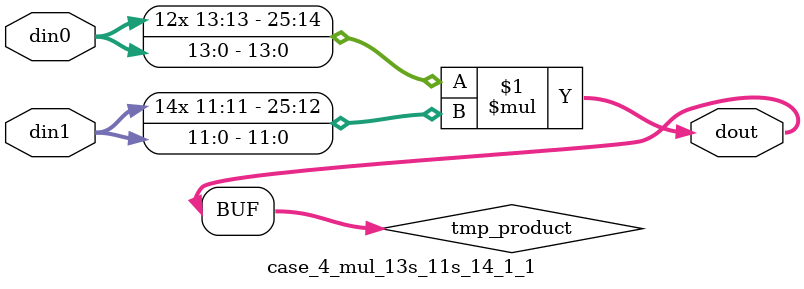
<source format=v>

`timescale 1 ns / 1 ps

 module case_4_mul_13s_11s_14_1_1(din0, din1, dout);
parameter ID = 1;
parameter NUM_STAGE = 0;
parameter din0_WIDTH = 14;
parameter din1_WIDTH = 12;
parameter dout_WIDTH = 26;

input [din0_WIDTH - 1 : 0] din0; 
input [din1_WIDTH - 1 : 0] din1; 
output [dout_WIDTH - 1 : 0] dout;

wire signed [dout_WIDTH - 1 : 0] tmp_product;



























assign tmp_product = $signed(din0) * $signed(din1);








assign dout = tmp_product;





















endmodule

</source>
